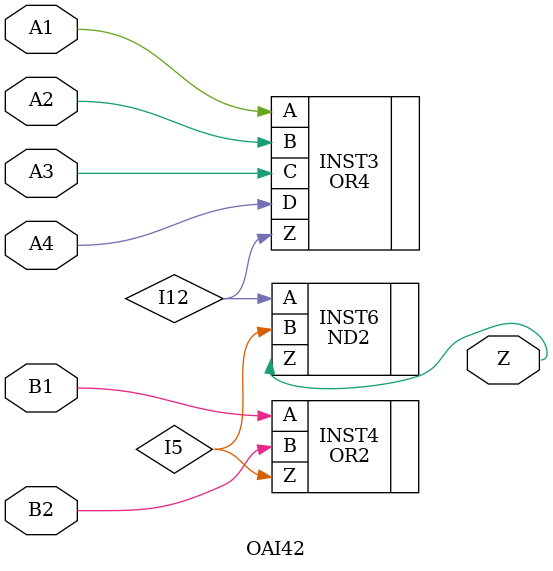
<source format=v>
`timescale 1 ns / 100 ps

/* Created by DB2VERILOG Version 1.2.0.2 on Fri Aug  5 11:15:45 1994 */
/* module compiled from "lsl2db 4.0.3" run */

module OAI42 (A1, A2, A3, A4, B1, B2, Z);
input  A1, A2, A3, A4, B1, B2;
output Z;
OR4 INST3 (.A(A1), .B(A2), .C(A3), .D(A4), .Z(I12));
OR2 INST4 (.A(B1), .B(B2), .Z(I5));
ND2 INST6 (.A(I12), .B(I5), .Z(Z));

endmodule


</source>
